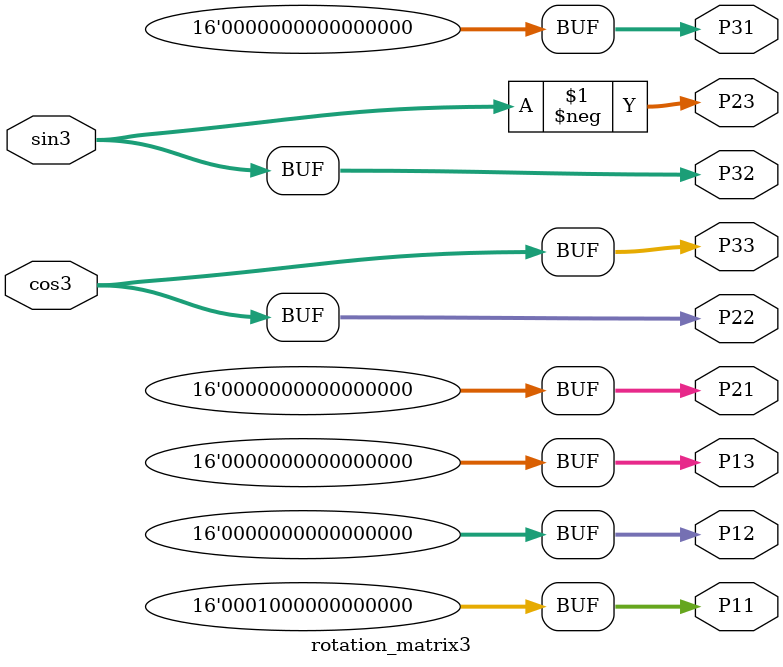
<source format=v>
module rotation_matrix3(
    input signed [15:0] cos3, sin3, // cos(θ1), sin(θ1)
    output signed [15:0] P11, P12, P13,  // First row of the Patrix
    output signed [15:0] P21, P22, P23,  // Second row of the Patrix
    output signed [15:0] P31, P32, P33   // Third row of the Patrix
);

    // First row of the Patrix
    assign P11 =    16'h1000;
    assign P12 =    0;
    assign P13 =    0;

    // Second row of the Patrix
    assign P21 = 0;//(-sin1 * cos3) + (cos3 * sin3 * sin3);
    assign P22 = (cos3);
    assign P23 = -(sin3);

    // Third row of the Patrix
    assign P31 = 0;//(sin1 * sin3) + (cos3 * sin3 * cos3);
    assign P32 = sin3;//(-cos3 * sin3) + (sin1 * sin3 * cos3);
    assign P33 = (cos3);

endmodule

</source>
